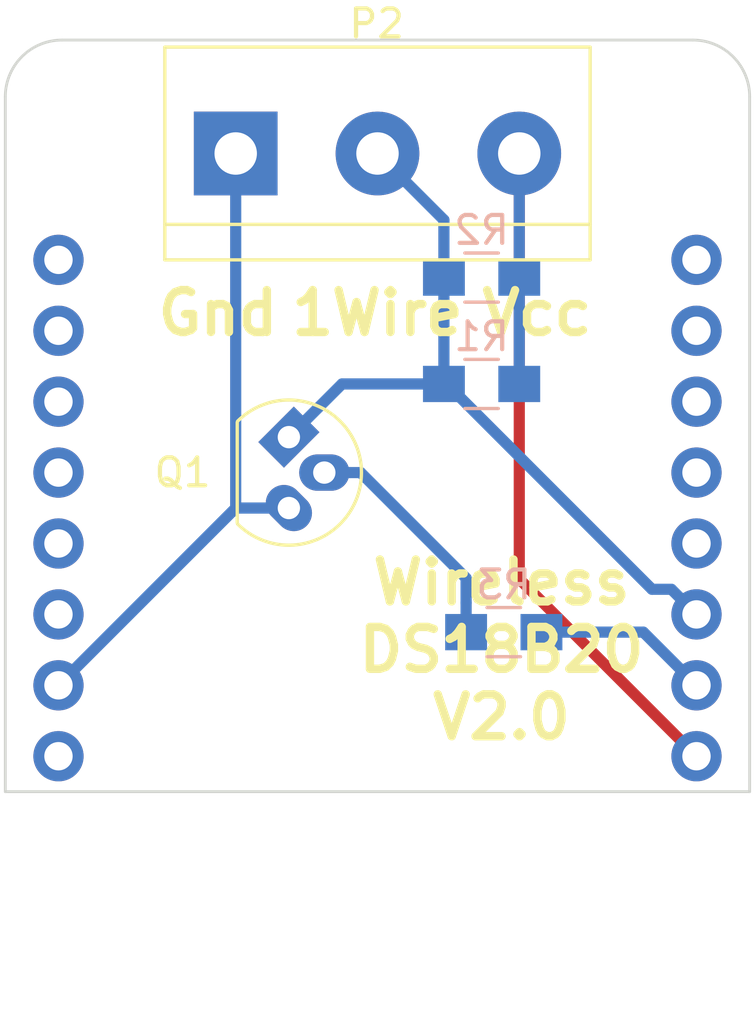
<source format=kicad_pcb>
(kicad_pcb (version 20171130) (host pcbnew "(5.0.0)")

  (general
    (thickness 1.6)
    (drawings 14)
    (tracks 22)
    (zones 0)
    (modules 6)
    (nets 6)
  )

  (page A4)
  (layers
    (0 F.Cu signal)
    (31 B.Cu signal)
    (32 B.Adhes user)
    (33 F.Adhes user)
    (34 B.Paste user)
    (35 F.Paste user)
    (36 B.SilkS user)
    (37 F.SilkS user)
    (38 B.Mask user)
    (39 F.Mask user)
    (40 Dwgs.User user)
    (41 Cmts.User user)
    (42 Eco1.User user)
    (43 Eco2.User user)
    (44 Edge.Cuts user)
    (45 Margin user)
    (46 B.CrtYd user)
    (47 F.CrtYd user)
    (48 B.Fab user)
    (49 F.Fab user)
  )

  (setup
    (last_trace_width 0.4)
    (trace_clearance 0.2)
    (zone_clearance 0.508)
    (zone_45_only no)
    (trace_min 0.2)
    (segment_width 0.2)
    (edge_width 0.1)
    (via_size 0.7)
    (via_drill 0.4)
    (via_min_size 0.4)
    (via_min_drill 0.3)
    (uvia_size 0.762)
    (uvia_drill 0.508)
    (uvias_allowed no)
    (uvia_min_size 0.2)
    (uvia_min_drill 0.1)
    (pcb_text_width 0.3)
    (pcb_text_size 1.5 1.5)
    (mod_edge_width 0.15)
    (mod_text_size 1 1)
    (mod_text_width 0.15)
    (pad_size 1.5 1.5)
    (pad_drill 0.6)
    (pad_to_mask_clearance 0)
    (aux_axis_origin 0 0)
    (visible_elements 7FFDFFFF)
    (pcbplotparams
      (layerselection 0x010fc_ffffffff)
      (usegerberextensions false)
      (usegerberattributes false)
      (usegerberadvancedattributes false)
      (creategerberjobfile false)
      (excludeedgelayer true)
      (linewidth 0.100000)
      (plotframeref false)
      (viasonmask false)
      (mode 1)
      (useauxorigin false)
      (hpglpennumber 1)
      (hpglpenspeed 20)
      (hpglpendiameter 15.000000)
      (psnegative false)
      (psa4output false)
      (plotreference true)
      (plotvalue true)
      (plotinvisibletext false)
      (padsonsilk false)
      (subtractmaskfromsilk false)
      (outputformat 1)
      (mirror false)
      (drillshape 1)
      (scaleselection 1)
      (outputdirectory ""))
  )

  (net 0 "")
  (net 1 VCC)
  (net 2 "Net-(P2-Pad2)")
  (net 3 GND)
  (net 4 "Net-(Q1-Pad2)")
  (net 5 "Net-(R3-Pad1)")

  (net_class Default "This is the default net class."
    (clearance 0.2)
    (trace_width 0.4)
    (via_dia 0.7)
    (via_drill 0.4)
    (uvia_dia 0.762)
    (uvia_drill 0.508)
    (add_net GND)
    (add_net "Net-(P2-Pad2)")
    (add_net "Net-(Q1-Pad2)")
    (add_net "Net-(R3-Pad1)")
    (add_net VCC)
  )

  (module Terminal_Blocks:TerminalBlock_bornier-3_P5.08mm (layer F.Cu) (tedit 59FF03B9) (tstamp 5C0441B0)
    (at 31.115 27.94)
    (descr "simple 3-pin terminal block, pitch 5.08mm, revamped version of bornier3")
    (tags "terminal block bornier3")
    (path /57A0B00F)
    (fp_text reference P2 (at 5.05 -4.65) (layer F.SilkS)
      (effects (font (size 1 1) (thickness 0.15)))
    )
    (fp_text value "1-Wire Bus" (at 5.08 5.08) (layer F.Fab)
      (effects (font (size 1 1) (thickness 0.15)))
    )
    (fp_line (start 12.88 4) (end -2.72 4) (layer F.CrtYd) (width 0.05))
    (fp_line (start 12.88 4) (end 12.88 -4) (layer F.CrtYd) (width 0.05))
    (fp_line (start -2.72 -4) (end -2.72 4) (layer F.CrtYd) (width 0.05))
    (fp_line (start -2.72 -4) (end 12.88 -4) (layer F.CrtYd) (width 0.05))
    (fp_line (start -2.54 3.81) (end 12.7 3.81) (layer F.SilkS) (width 0.12))
    (fp_line (start -2.54 -3.81) (end 12.7 -3.81) (layer F.SilkS) (width 0.12))
    (fp_line (start -2.54 2.54) (end 12.7 2.54) (layer F.SilkS) (width 0.12))
    (fp_line (start 12.7 3.81) (end 12.7 -3.81) (layer F.SilkS) (width 0.12))
    (fp_line (start -2.54 3.81) (end -2.54 -3.81) (layer F.SilkS) (width 0.12))
    (fp_line (start -2.47 3.75) (end -2.47 -3.75) (layer F.Fab) (width 0.1))
    (fp_line (start 12.63 3.75) (end -2.47 3.75) (layer F.Fab) (width 0.1))
    (fp_line (start 12.63 -3.75) (end 12.63 3.75) (layer F.Fab) (width 0.1))
    (fp_line (start -2.47 -3.75) (end 12.63 -3.75) (layer F.Fab) (width 0.1))
    (fp_line (start -2.47 2.55) (end 12.63 2.55) (layer F.Fab) (width 0.1))
    (fp_text user %R (at 5.08 0) (layer F.Fab)
      (effects (font (size 1 1) (thickness 0.15)))
    )
    (pad 3 thru_hole circle (at 10.16 0) (size 3 3) (drill 1.52) (layers *.Cu *.Mask)
      (net 1 VCC))
    (pad 2 thru_hole circle (at 5.08 0) (size 3 3) (drill 1.52) (layers *.Cu *.Mask)
      (net 2 "Net-(P2-Pad2)"))
    (pad 1 thru_hole rect (at 0 0) (size 3 3) (drill 1.52) (layers *.Cu *.Mask)
      (net 3 GND))
    (model ${KISYS3DMOD}/Terminal_Blocks.3dshapes/TerminalBlock_bornier-3_P5.08mm.wrl
      (offset (xyz 5.079999923706055 0 0))
      (scale (xyz 1 1 1))
      (rotate (xyz 0 0 0))
    )
  )

  (module TO_SOT_Packages_THT:TO-92_Molded_Narrow_Oval (layer F.Cu) (tedit 58CE52AF) (tstamp 5C0441C2)
    (at 33.02 38.1 270)
    (descr "TO-92 leads molded, narrow, oval pads, drill 0.8mm (see NXP sot054_po.pdf)")
    (tags "to-92 sc-43 sc-43a sot54 PA33 transistor")
    (path /59F83235)
    (fp_text reference Q1 (at 1.27 3.81) (layer F.SilkS)
      (effects (font (size 1 1) (thickness 0.15)))
    )
    (fp_text value BS170 (at 0 3 90) (layer F.Fab)
      (effects (font (size 1 1) (thickness 0.15)))
    )
    (fp_arc (start 1.27 0) (end 1.27 -2.6) (angle 135) (layer F.SilkS) (width 0.12))
    (fp_arc (start 1.27 0) (end 1.27 -2.48) (angle -135) (layer F.Fab) (width 0.1))
    (fp_arc (start 1.27 0) (end 1.27 -2.6) (angle -135) (layer F.SilkS) (width 0.12))
    (fp_arc (start 1.27 0) (end 1.27 -2.48) (angle 135) (layer F.Fab) (width 0.1))
    (fp_line (start 4 2.01) (end -1.46 2.01) (layer F.CrtYd) (width 0.05))
    (fp_line (start 4 2.01) (end 4 -2.73) (layer F.CrtYd) (width 0.05))
    (fp_line (start -1.46 -2.73) (end -1.46 2.01) (layer F.CrtYd) (width 0.05))
    (fp_line (start -1.46 -2.73) (end 4 -2.73) (layer F.CrtYd) (width 0.05))
    (fp_line (start -0.5 1.75) (end 3 1.75) (layer F.Fab) (width 0.1))
    (fp_line (start -0.53 1.85) (end 3.07 1.85) (layer F.SilkS) (width 0.12))
    (fp_text user %R (at 1.27 3.81) (layer F.Fab)
      (effects (font (size 1 1) (thickness 0.15)))
    )
    (pad 3 thru_hole oval (at 2.54 0 315) (size 1.8 1.3) (drill 0.8) (layers *.Cu *.Mask)
      (net 3 GND))
    (pad 1 thru_hole rect (at 0 0 315) (size 1.3 1.8) (drill 0.8) (layers *.Cu *.Mask)
      (net 2 "Net-(P2-Pad2)"))
    (pad 2 thru_hole oval (at 1.27 -1.27) (size 1.8 1.3) (drill 0.8) (layers *.Cu *.Mask)
      (net 4 "Net-(Q1-Pad2)"))
    (model ${KISYS3DMOD}/TO_SOT_Packages_THT.3dshapes/TO-92_Molded_Narrow_Oval.wrl
      (offset (xyz 1.269999980926514 0 0))
      (scale (xyz 1 1 1))
      (rotate (xyz 0 0 -90))
    )
  )

  (module Resistors_SMD:R_0805_HandSoldering (layer B.Cu) (tedit 58E0A804) (tstamp 5C044564)
    (at 39.925 36.195 180)
    (descr "Resistor SMD 0805, hand soldering")
    (tags "resistor 0805")
    (path /57A0B1BF)
    (attr smd)
    (fp_text reference R1 (at 0 1.7 180) (layer B.SilkS)
      (effects (font (size 1 1) (thickness 0.15)) (justify mirror))
    )
    (fp_text value 2.2K (at 0 -1.75 180) (layer B.Fab)
      (effects (font (size 1 1) (thickness 0.15)) (justify mirror))
    )
    (fp_line (start 2.35 -0.9) (end -2.35 -0.9) (layer B.CrtYd) (width 0.05))
    (fp_line (start 2.35 -0.9) (end 2.35 0.9) (layer B.CrtYd) (width 0.05))
    (fp_line (start -2.35 0.9) (end -2.35 -0.9) (layer B.CrtYd) (width 0.05))
    (fp_line (start -2.35 0.9) (end 2.35 0.9) (layer B.CrtYd) (width 0.05))
    (fp_line (start -0.6 0.88) (end 0.6 0.88) (layer B.SilkS) (width 0.12))
    (fp_line (start 0.6 -0.88) (end -0.6 -0.88) (layer B.SilkS) (width 0.12))
    (fp_line (start -1 0.62) (end 1 0.62) (layer B.Fab) (width 0.1))
    (fp_line (start 1 0.62) (end 1 -0.62) (layer B.Fab) (width 0.1))
    (fp_line (start 1 -0.62) (end -1 -0.62) (layer B.Fab) (width 0.1))
    (fp_line (start -1 -0.62) (end -1 0.62) (layer B.Fab) (width 0.1))
    (fp_text user %R (at 0 0 180) (layer B.Fab)
      (effects (font (size 0.5 0.5) (thickness 0.075)) (justify mirror))
    )
    (pad 2 smd rect (at 1.35 0 180) (size 1.5 1.3) (layers B.Cu B.Paste B.Mask)
      (net 2 "Net-(P2-Pad2)"))
    (pad 1 smd rect (at -1.35 0 180) (size 1.5 1.3) (layers B.Cu B.Paste B.Mask)
      (net 1 VCC))
    (model ${KISYS3DMOD}/Resistors_SMD.3dshapes/R_0805.wrl
      (at (xyz 0 0 0))
      (scale (xyz 1 1 1))
      (rotate (xyz 0 0 0))
    )
  )

  (module Resistors_SMD:R_0805_HandSoldering (layer B.Cu) (tedit 58E0A804) (tstamp 5C044594)
    (at 39.925 32.385 180)
    (descr "Resistor SMD 0805, hand soldering")
    (tags "resistor 0805")
    (path /58278690)
    (attr smd)
    (fp_text reference R2 (at 0 1.7 180) (layer B.SilkS)
      (effects (font (size 1 1) (thickness 0.15)) (justify mirror))
    )
    (fp_text value 2.2K (at 0 -1.75 180) (layer B.Fab)
      (effects (font (size 1 1) (thickness 0.15)) (justify mirror))
    )
    (fp_line (start 2.35 -0.9) (end -2.35 -0.9) (layer B.CrtYd) (width 0.05))
    (fp_line (start 2.35 -0.9) (end 2.35 0.9) (layer B.CrtYd) (width 0.05))
    (fp_line (start -2.35 0.9) (end -2.35 -0.9) (layer B.CrtYd) (width 0.05))
    (fp_line (start -2.35 0.9) (end 2.35 0.9) (layer B.CrtYd) (width 0.05))
    (fp_line (start -0.6 0.88) (end 0.6 0.88) (layer B.SilkS) (width 0.12))
    (fp_line (start 0.6 -0.88) (end -0.6 -0.88) (layer B.SilkS) (width 0.12))
    (fp_line (start -1 0.62) (end 1 0.62) (layer B.Fab) (width 0.1))
    (fp_line (start 1 0.62) (end 1 -0.62) (layer B.Fab) (width 0.1))
    (fp_line (start 1 -0.62) (end -1 -0.62) (layer B.Fab) (width 0.1))
    (fp_line (start -1 -0.62) (end -1 0.62) (layer B.Fab) (width 0.1))
    (fp_text user %R (at 0 0 180) (layer B.Fab)
      (effects (font (size 0.5 0.5) (thickness 0.075)) (justify mirror))
    )
    (pad 2 smd rect (at 1.35 0 180) (size 1.5 1.3) (layers B.Cu B.Paste B.Mask)
      (net 2 "Net-(P2-Pad2)"))
    (pad 1 smd rect (at -1.35 0 180) (size 1.5 1.3) (layers B.Cu B.Paste B.Mask)
      (net 1 VCC))
    (model ${KISYS3DMOD}/Resistors_SMD.3dshapes/R_0805.wrl
      (at (xyz 0 0 0))
      (scale (xyz 1 1 1))
      (rotate (xyz 0 0 0))
    )
  )

  (module Resistors_SMD:R_0805_HandSoldering (layer B.Cu) (tedit 58E0A804) (tstamp 5C0445E5)
    (at 40.72 45.085 180)
    (descr "Resistor SMD 0805, hand soldering")
    (tags "resistor 0805")
    (path /57A0BCAA)
    (attr smd)
    (fp_text reference R3 (at 0 1.7 180) (layer B.SilkS)
      (effects (font (size 1 1) (thickness 0.15)) (justify mirror))
    )
    (fp_text value 2.2K (at 0 -1.75 180) (layer B.Fab)
      (effects (font (size 1 1) (thickness 0.15)) (justify mirror))
    )
    (fp_text user %R (at 0 0 180) (layer B.Fab)
      (effects (font (size 0.5 0.5) (thickness 0.075)) (justify mirror))
    )
    (fp_line (start -1 -0.62) (end -1 0.62) (layer B.Fab) (width 0.1))
    (fp_line (start 1 -0.62) (end -1 -0.62) (layer B.Fab) (width 0.1))
    (fp_line (start 1 0.62) (end 1 -0.62) (layer B.Fab) (width 0.1))
    (fp_line (start -1 0.62) (end 1 0.62) (layer B.Fab) (width 0.1))
    (fp_line (start 0.6 -0.88) (end -0.6 -0.88) (layer B.SilkS) (width 0.12))
    (fp_line (start -0.6 0.88) (end 0.6 0.88) (layer B.SilkS) (width 0.12))
    (fp_line (start -2.35 0.9) (end 2.35 0.9) (layer B.CrtYd) (width 0.05))
    (fp_line (start -2.35 0.9) (end -2.35 -0.9) (layer B.CrtYd) (width 0.05))
    (fp_line (start 2.35 -0.9) (end 2.35 0.9) (layer B.CrtYd) (width 0.05))
    (fp_line (start 2.35 -0.9) (end -2.35 -0.9) (layer B.CrtYd) (width 0.05))
    (pad 1 smd rect (at -1.35 0 180) (size 1.5 1.3) (layers B.Cu B.Paste B.Mask)
      (net 5 "Net-(R3-Pad1)"))
    (pad 2 smd rect (at 1.35 0 180) (size 1.5 1.3) (layers B.Cu B.Paste B.Mask)
      (net 4 "Net-(Q1-Pad2)"))
    (model ${KISYS3DMOD}/Resistors_SMD.3dshapes/R_0805.wrl
      (at (xyz 0 0 0))
      (scale (xyz 1 1 1))
      (rotate (xyz 0 0 0))
    )
  )

  (module wemos_d1_mini:wemos-d1-mini-DIL-only (layer B.Cu) (tedit 5C0440C4) (tstamp 5C044212)
    (at 36.195 40.64 90)
    (path /5C04580B)
    (fp_text reference U1 (at -19.3 0) (layer B.SilkS) hide
      (effects (font (size 1 1) (thickness 0.15)) (justify mirror))
    )
    (fp_text value WeMos_mini (at -2.54 -15.875 90) (layer B.Fab) hide
      (effects (font (size 1 1) (thickness 0.15)) (justify mirror))
    )
    (fp_line (start -11.48 13.5) (end 14.85 13.5) (layer B.CrtYd) (width 0.05))
    (fp_line (start 16.94 11.5) (end 16.94 -11.5) (layer B.CrtYd) (width 0.05))
    (fp_line (start 14.94 -13.5) (end -18.46 -13.5) (layer B.CrtYd) (width 0.05))
    (fp_line (start -18.46 -13.5) (end -18.46 11.33) (layer B.CrtYd) (width 0.05))
    (fp_arc (start 14.94 -11.5) (end 16.94 -11.5) (angle -90) (layer B.CrtYd) (width 0.05))
    (fp_arc (start 14.94 11.5) (end 14.85 13.5) (angle -92.57657183) (layer B.CrtYd) (width 0.05))
    (fp_line (start -11.48 13.5) (end -11.48 12.33) (layer B.CrtYd) (width 0.05))
    (fp_line (start -18.46 11.33) (end -12.48 11.33) (layer B.CrtYd) (width 0.05))
    (fp_arc (start -12.48 12.33) (end -11.48 12.33) (angle -90) (layer B.CrtYd) (width 0.05))
    (pad 16 thru_hole circle (at -8.89 11.43 90) (size 1.8 1.8) (drill 1.016) (layers *.Cu *.Mask)
      (net 1 VCC))
    (pad 1 thru_hole circle (at -8.89 -11.43 90) (size 1.8 1.8) (drill 1.016) (layers *.Cu *.Mask))
    (pad 15 thru_hole circle (at -6.35 11.43 90) (size 1.8 1.8) (drill 1.016) (layers *.Cu *.Mask)
      (net 5 "Net-(R3-Pad1)"))
    (pad 2 thru_hole circle (at -6.35 -11.43 90) (size 1.8 1.8) (drill 1.016) (layers *.Cu *.Mask)
      (net 3 GND))
    (pad 14 thru_hole circle (at -3.81 11.43 90) (size 1.8 1.8) (drill 1.016) (layers *.Cu *.Mask)
      (net 2 "Net-(P2-Pad2)"))
    (pad 3 thru_hole circle (at -3.81 -11.43 90) (size 1.8 1.8) (drill 1.016) (layers *.Cu *.Mask))
    (pad 13 thru_hole circle (at -1.27 11.43 90) (size 1.8 1.8) (drill 1.016) (layers *.Cu *.Mask))
    (pad 4 thru_hole circle (at -1.27 -11.43 90) (size 1.8 1.8) (drill 1.016) (layers *.Cu *.Mask))
    (pad 12 thru_hole circle (at 1.27 11.43 90) (size 1.8 1.8) (drill 1.016) (layers *.Cu *.Mask))
    (pad 5 thru_hole circle (at 1.27 -11.43 90) (size 1.8 1.8) (drill 1.016) (layers *.Cu *.Mask))
    (pad 11 thru_hole circle (at 3.81 11.43 90) (size 1.8 1.8) (drill 1.016) (layers *.Cu *.Mask))
    (pad 6 thru_hole circle (at 3.81 -11.43 90) (size 1.8 1.8) (drill 1.016) (layers *.Cu *.Mask))
    (pad 10 thru_hole circle (at 6.35 11.43 90) (size 1.8 1.8) (drill 1.016) (layers *.Cu *.Mask))
    (pad 7 thru_hole circle (at 6.35 -11.43 90) (size 1.8 1.8) (drill 1.016) (layers *.Cu *.Mask))
    (pad 9 thru_hole circle (at 8.89 11.43 90) (size 1.8 1.8) (drill 1.016) (layers *.Cu *.Mask))
    (pad 8 thru_hole circle (at 8.89 -11.43 90) (size 1.8 1.8) (drill 1.016) (layers *.Cu *.Mask))
    (model ${KIPRJMOD}/3dshapes/wemos_d1_mini.3dshapes/SLW-108-01-G-S.wrl
      (offset (xyz 0 -11.39999982878918 0))
      (scale (xyz 0.3937 0.3937 0.3937))
      (rotate (xyz -90 0 0))
    )
    (model ${KIPRJMOD}/3dshapes/wemos_d1_mini.3dshapes/SLW-108-01-G-S.wrl
      (offset (xyz 0 11.39999982878918 0))
      (scale (xyz 0.3937 0.3937 0.3937))
      (rotate (xyz -90 0 0))
    )
    (model ${KIPRJMOD}/3dshapes/wemos_d1_mini.3dshapes/TSW-108-05-G-S.wrl
      (offset (xyz 0 -11.39999982878918 7.299999890364999))
      (scale (xyz 0.3937 0.3937 0.3937))
      (rotate (xyz 90 0 0))
    )
    (model ${KIPRJMOD}/3dshapes/wemos_d1_mini.3dshapes/TSW-108-05-G-S.wrl
      (offset (xyz 0 11.39999982878918 7.299999890364999))
      (scale (xyz 0.3937 0.3937 0.3937))
      (rotate (xyz 90 0 0))
    )
  )

  (gr_text 1Wire (at 36.195 33.655) (layer F.SilkS) (tstamp 5C0448B2)
    (effects (font (size 1.5 1.5) (thickness 0.3)))
  )
  (gr_text Gnd (at 30.48 33.655) (layer F.SilkS) (tstamp 5C044892)
    (effects (font (size 1.5 1.5) (thickness 0.3)))
  )
  (gr_text Vcc (at 41.91 33.655) (layer F.SilkS)
    (effects (font (size 1.5 1.5) (thickness 0.3)))
  )
  (gr_text "Wireless\nDS18B20\nV2.0" (at 40.64 45.72) (layer F.SilkS)
    (effects (font (size 1.5 1.5) (thickness 0.3)))
  )
  (gr_text 9 (at 45.72 32.258) (layer F.Fab)
    (effects (font (size 1.5 1.5) (thickness 0.3)))
  )
  (gr_circle (center 47.625 31.75) (end 47.117 32.512) (layer F.Fab) (width 0.2))
  (gr_text 1 (at 26.67 49.403) (layer F.Fab)
    (effects (font (size 1.5 1.5) (thickness 0.3)))
  )
  (gr_circle (center 24.765 49.53) (end 25.527 50.038) (layer F.Fab) (width 0.2))
  (gr_line (start 22.86 25.908) (end 22.86 50.8) (layer Edge.Cuts) (width 0.1))
  (gr_arc (start 24.892 25.908) (end 24.892 23.876) (angle -90) (layer Edge.Cuts) (width 0.1))
  (gr_line (start 47.498 23.876) (end 24.892 23.876) (layer Edge.Cuts) (width 0.1))
  (gr_arc (start 47.498 25.908) (end 49.53 25.908) (angle -90) (layer Edge.Cuts) (width 0.1))
  (gr_line (start 49.53 50.8) (end 49.53 25.908) (layer Edge.Cuts) (width 0.1))
  (gr_line (start 22.86 50.8) (end 49.53 50.8) (layer Edge.Cuts) (width 0.1))

  (segment (start 41.275 27.94) (end 41.275 32.385) (width 0.4) (layer B.Cu) (net 1))
  (segment (start 41.275 32.385) (end 41.275 36.195) (width 0.4) (layer B.Cu) (net 1))
  (segment (start 41.275 43.18) (end 47.625 49.53) (width 0.4) (layer F.Cu) (net 1))
  (segment (start 41.275 27.94) (end 41.275 43.18) (width 0.4) (layer F.Cu) (net 1))
  (segment (start 34.925 36.195) (end 38.575 36.195) (width 0.4) (layer B.Cu) (net 2))
  (segment (start 33.02 38.1) (end 34.925 36.195) (width 0.4) (layer B.Cu) (net 2))
  (segment (start 38.575 32.385) (end 38.575 36.195) (width 0.4) (layer B.Cu) (net 2))
  (segment (start 38.575 30.32) (end 36.195 27.94) (width 0.4) (layer B.Cu) (net 2))
  (segment (start 38.575 32.385) (end 38.575 30.32) (width 0.4) (layer B.Cu) (net 2))
  (segment (start 46.725001 43.550001) (end 47.625 44.45) (width 0.4) (layer B.Cu) (net 2))
  (segment (start 46.030001 43.550001) (end 46.725001 43.550001) (width 0.4) (layer B.Cu) (net 2))
  (segment (start 38.675 36.195) (end 46.030001 43.550001) (width 0.4) (layer B.Cu) (net 2))
  (segment (start 38.575 36.195) (end 38.675 36.195) (width 0.4) (layer B.Cu) (net 2))
  (segment (start 31.115 40.64) (end 24.765 46.99) (width 0.4) (layer B.Cu) (net 3))
  (segment (start 33.02 40.64) (end 31.115 40.64) (width 0.4) (layer B.Cu) (net 3))
  (segment (start 31.115 40.64) (end 31.115 27.94) (width 0.4) (layer B.Cu) (net 3))
  (segment (start 39.37 44.035) (end 39.37 45.085) (width 0.4) (layer B.Cu) (net 4))
  (segment (start 39.37 43.15) (end 39.37 44.035) (width 0.4) (layer B.Cu) (net 4))
  (segment (start 35.59 39.37) (end 39.37 43.15) (width 0.4) (layer B.Cu) (net 4))
  (segment (start 34.29 39.37) (end 35.59 39.37) (width 0.4) (layer B.Cu) (net 4))
  (segment (start 45.72 45.085) (end 47.625 46.99) (width 0.4) (layer B.Cu) (net 5))
  (segment (start 42.07 45.085) (end 45.72 45.085) (width 0.4) (layer B.Cu) (net 5))

)

</source>
